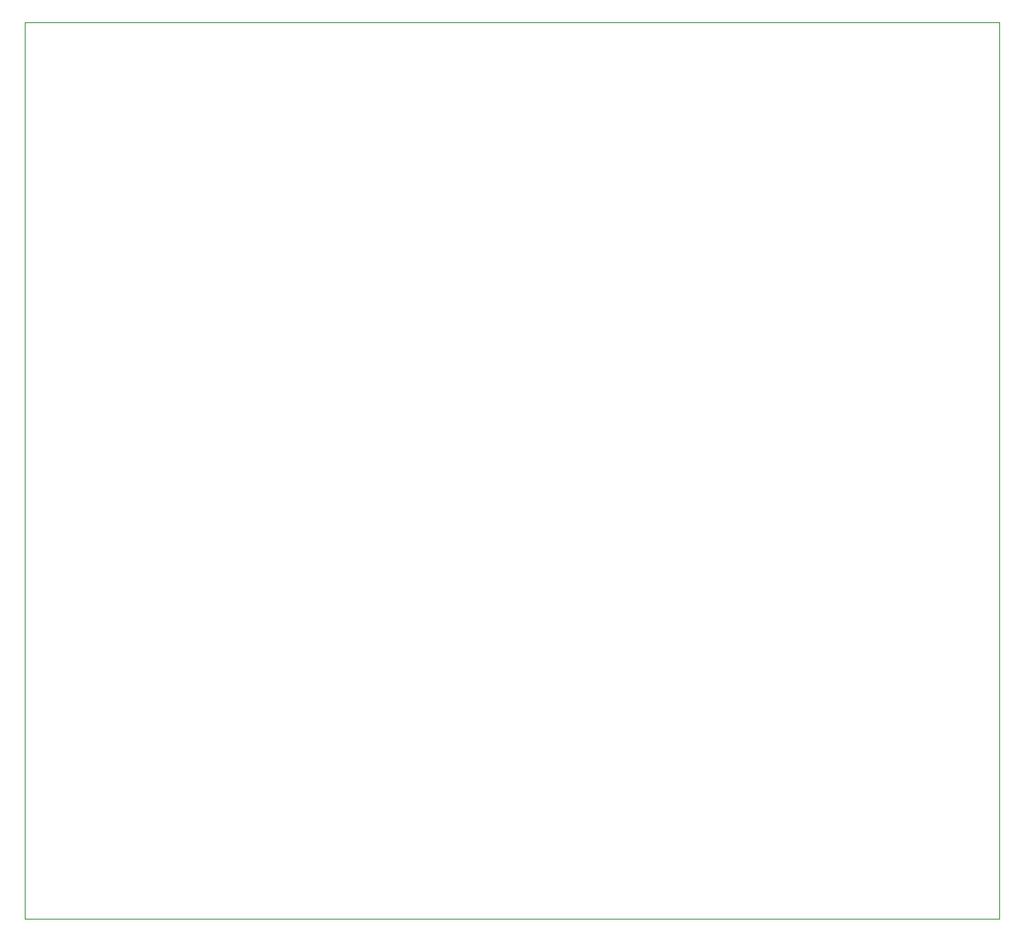
<source format=gbr>
%TF.GenerationSoftware,KiCad,Pcbnew,9.0.2*%
%TF.CreationDate,2026-01-05T12:02:41+00:00*%
%TF.ProjectId,endstop-interface-board,656e6473-746f-4702-9d69-6e7465726661,rev?*%
%TF.SameCoordinates,Original*%
%TF.FileFunction,Profile,NP*%
%FSLAX46Y46*%
G04 Gerber Fmt 4.6, Leading zero omitted, Abs format (unit mm)*
G04 Created by KiCad (PCBNEW 9.0.2) date 2026-01-05 12:02:41*
%MOMM*%
%LPD*%
G01*
G04 APERTURE LIST*
%TA.AperFunction,Profile*%
%ADD10C,0.050000*%
%TD*%
G04 APERTURE END LIST*
D10*
X60000000Y-54000000D02*
X160000000Y-54000000D01*
X160000000Y-146000000D01*
X60000000Y-146000000D01*
X60000000Y-54000000D01*
M02*

</source>
